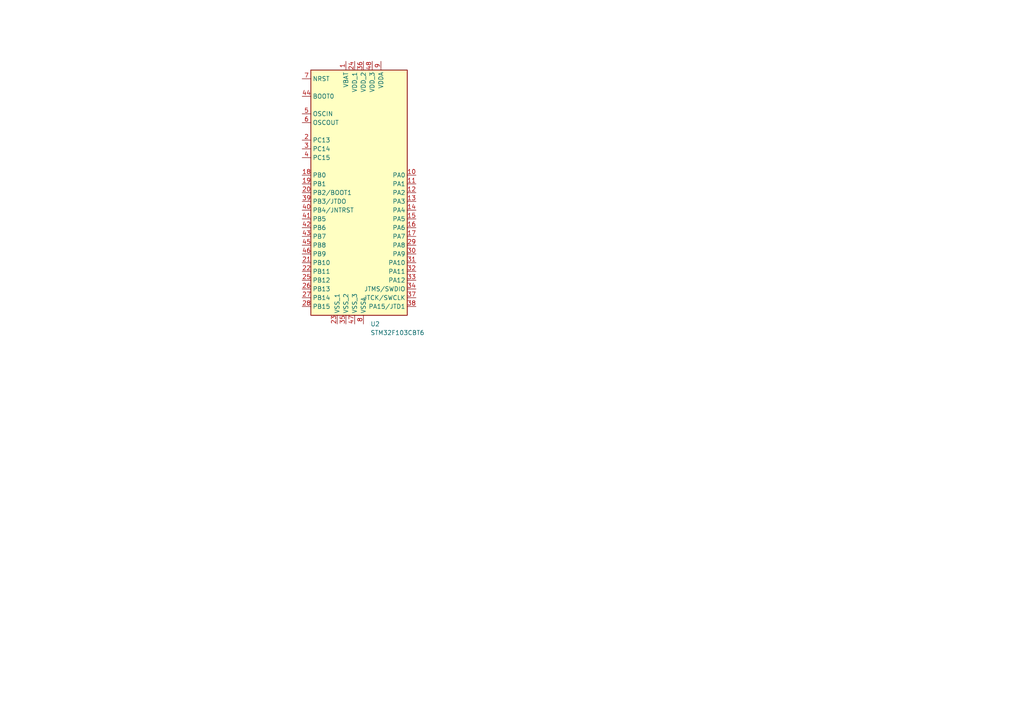
<source format=kicad_sch>
(kicad_sch (version 20211123) (generator eeschema)
  (paper "A4")
  (lib_symbols
    (symbol "MCU_ST_STM32F1:STM32F103CBTx"
      (property "Reference" "U?" (at 4.5594 -38.1 0))
      (property "Value" "STM32F103CBTx" (at 4.5594 -40.64 0))
      (symbol "STM32F103CBTx_0_1"
        (rectangle (start -15.24 -35.56) (end 12.7 35.56) (stroke (width 0.254)) (fill (type background)))
      )
      (symbol "STM32F103CBTx_1_1"
        (pin power_in line (at -5.08 38.1 270) (length 2.54) (name "VBAT") (number "1"))
        (pin bidirectional line (at 15.24 5.08 180) (length 2.54) (name "PA0") (number "10"))
        (pin bidirectional line (at 15.24 2.54 180) (length 2.54) (name "PA1") (number "11"))
        (pin bidirectional line (at 15.24 0 180) (length 2.54) (name "PA2") (number "12"))
        (pin bidirectional line (at 15.24 -2.54 180) (length 2.54) (name "PA3") (number "13"))
        (pin bidirectional line (at 15.24 -5.08 180) (length 2.54) (name "PA4") (number "14"))
        (pin bidirectional line (at 15.24 -7.62 180) (length 2.54) (name "PA5") (number "15"))
        (pin bidirectional line (at 15.24 -10.16 180) (length 2.54) (name "PA6") (number "16"))
        (pin bidirectional line (at 15.24 -12.7 180) (length 2.54) (name "PA7") (number "17"))
        (pin bidirectional line (at -17.78 5.08 0) (length 2.54) (name "PB0") (number "18"))
        (pin bidirectional line (at -17.78 2.54 0) (length 2.54) (name "PB1") (number "19"))
        (pin bidirectional line (at -17.78 15.24 0) (length 2.54) (name "PC13") (number "2"))
        (pin bidirectional line (at -17.78 0 0) (length 2.54) (name "PB2/BOOT1") (number "20"))
        (pin bidirectional line (at -17.78 -20.32 0) (length 2.54) (name "PB10") (number "21"))
        (pin bidirectional line (at -17.78 -22.86 0) (length 2.54) (name "PB11") (number "22"))
        (pin power_in line (at -7.62 -38.1 90) (length 2.54) (name "VSS_1") (number "23"))
        (pin power_in line (at -2.54 38.1 270) (length 2.54) (name "VDD_1") (number "24"))
        (pin bidirectional line (at -17.78 -25.4 0) (length 2.54) (name "PB12") (number "25"))
        (pin bidirectional line (at -17.78 -27.94 0) (length 2.54) (name "PB13") (number "26"))
        (pin bidirectional line (at -17.78 -30.48 0) (length 2.54) (name "PB14") (number "27"))
        (pin bidirectional line (at -17.78 -33.02 0) (length 2.54) (name "PB15") (number "28"))
        (pin bidirectional line (at 15.24 -15.24 180) (length 2.54) (name "PA8") (number "29"))
        (pin bidirectional line (at -17.78 12.7 0) (length 2.54) (name "PC14") (number "3"))
        (pin bidirectional line (at 15.24 -17.78 180) (length 2.54) (name "PA9") (number "30"))
        (pin bidirectional line (at 15.24 -20.32 180) (length 2.54) (name "PA10") (number "31"))
        (pin bidirectional line (at 15.24 -22.86 180) (length 2.54) (name "PA11") (number "32"))
        (pin bidirectional line (at 15.24 -25.4 180) (length 2.54) (name "PA12") (number "33"))
        (pin bidirectional line (at 15.24 -27.94 180) (length 2.54) (name "JTMS/SWDIO") (number "34"))
        (pin power_in line (at -5.08 -38.1 90) (length 2.54) (name "VSS_2") (number "35"))
        (pin power_in line (at 0 38.1 270) (length 2.54) (name "VDD_2") (number "36"))
        (pin bidirectional line (at 15.24 -30.48 180) (length 2.54) (name "JTCK/SWCLK") (number "37"))
        (pin bidirectional line (at 15.24 -33.02 180) (length 2.54) (name "PA15/JTD1") (number "38"))
        (pin bidirectional line (at -17.78 -2.54 0) (length 2.54) (name "PB3/JTDO") (number "39"))
        (pin bidirectional line (at -17.78 10.16 0) (length 2.54) (name "PC15") (number "4"))
        (pin bidirectional line (at -17.78 -5.08 0) (length 2.54) (name "PB4/JNTRST") (number "40"))
        (pin bidirectional line (at -17.78 -7.62 0) (length 2.54) (name "PB5") (number "41"))
        (pin bidirectional line (at -17.78 -10.16 0) (length 2.54) (name "PB6") (number "42"))
        (pin bidirectional line (at -17.78 -12.7 0) (length 2.54) (name "PB7") (number "43"))
        (pin input line (at -17.78 27.94 0) (length 2.54) (name "BOOT0") (number "44"))
        (pin bidirectional line (at -17.78 -15.24 0) (length 2.54) (name "PB8") (number "45"))
        (pin bidirectional line (at -17.78 -17.78 0) (length 2.54) (name "PB9") (number "46"))
        (pin power_in line (at -2.54 -38.1 90) (length 2.54) (name "VSS_3") (number "47"))
        (pin power_in line (at 2.54 38.1 270) (length 2.54) (name "VDD_3") (number "48"))
        (pin input line (at -17.78 22.86 0) (length 2.54) (name "OSCIN") (number "5"))
        (pin input line (at -17.78 20.32 0) (length 2.54) (name "OSCOUT") (number "6"))
        (pin input line (at -17.78 33.02 0) (length 2.54) (name "NRST") (number "7"))
        (pin power_in line (at 0 -38.1 90) (length 2.54) (name "VSSA") (number "8"))
        (pin power_in line (at 5.08 38.1 270) (length 2.54) (name "VDDA") (number "9"))
      )
    )
  )
  (symbol (lib_id "MCU_ST_STM32F1:STM32F103CBTx") (at 105.41 55.88 0) (unit 1)
    (property "Reference" "U2" (at 107.4294 93.98 0) (effects (justify left)))
    (property "Value" "STM32F103CBT6" (at 107.4294 96.52 0) (effects (justify left)))
    (property "Footprint" "Package_QFP:LQFP-48_7x7mm_P0.5mm" (effects hide))
    (property "Datasheet" "http://www.st.com/st-web-ui/static/active/en/resource/technical/document/datasheet/CD00161566.pdf" (effects hide))
  )
)
</source>
